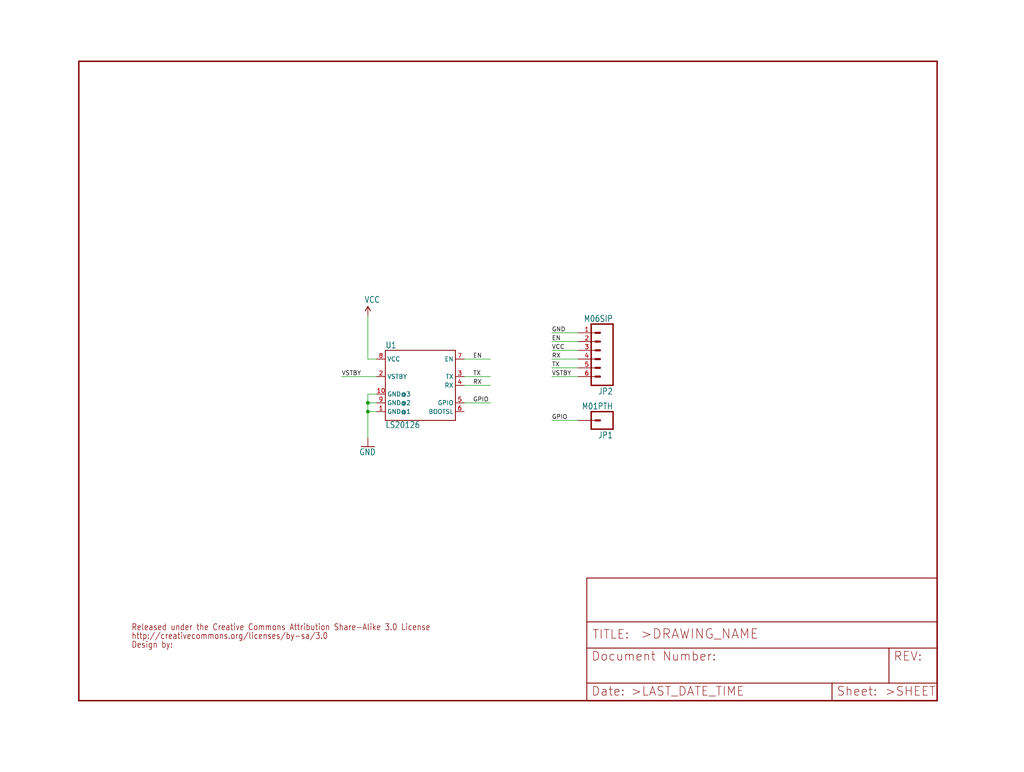
<source format=kicad_sch>
(kicad_sch (version 20211123) (generator eeschema)
  (paper "User" 297.002 223.926)
  (lib_symbols
    (symbol "eagleSchem-eagle-import:CREATIVE_COMMONS"
      (symbol "CREATIVE_COMMONS_1_0"
        (text "Design by:" (at 0 0 0) (effects (font (size 1.778 1.5113)) (justify left bottom)))
        (text "http://creativecommons.org/licenses/by-sa/3.0" (at 0 2.54 0) (effects (font (size 1.778 1.5113)) (justify left bottom)))
        (text "Released under the Creative Commons Attribution Share-Alike 3.0 License" (at 0 5.08 0) (effects (font (size 1.778 1.5113)) (justify left bottom)))
      )
    )
    (symbol "eagleSchem-eagle-import:FRAME-LETTER"
      (symbol "FRAME-LETTER_1_0"
        (polyline (pts (xy 0 0) (xy 248.92 0)) (stroke (width 0.4064)))
        (polyline (pts (xy 0 185.42) (xy 0 0)) (stroke (width 0.4064)))
        (polyline (pts (xy 0 185.42) (xy 248.92 185.42)) (stroke (width 0.4064)))
        (polyline (pts (xy 248.92 185.42) (xy 248.92 0)) (stroke (width 0.4064)))
      )
      (symbol "FRAME-LETTER_2_0"
        (polyline (pts (xy 0 0) (xy 0 5.08)) (stroke (width 0.254)))
        (polyline (pts (xy 0 0) (xy 71.12 0)) (stroke (width 0.254)))
        (polyline (pts (xy 0 5.08) (xy 0 15.24)) (stroke (width 0.254)))
        (polyline (pts (xy 0 5.08) (xy 71.12 5.08)) (stroke (width 0.254)))
        (polyline (pts (xy 0 15.24) (xy 0 22.86)) (stroke (width 0.254)))
        (polyline (pts (xy 0 22.86) (xy 0 35.56)) (stroke (width 0.254)))
        (polyline (pts (xy 0 22.86) (xy 101.6 22.86)) (stroke (width 0.254)))
        (polyline (pts (xy 71.12 0) (xy 101.6 0)) (stroke (width 0.254)))
        (polyline (pts (xy 71.12 5.08) (xy 71.12 0)) (stroke (width 0.254)))
        (polyline (pts (xy 71.12 5.08) (xy 87.63 5.08)) (stroke (width 0.254)))
        (polyline (pts (xy 87.63 5.08) (xy 101.6 5.08)) (stroke (width 0.254)))
        (polyline (pts (xy 87.63 15.24) (xy 0 15.24)) (stroke (width 0.254)))
        (polyline (pts (xy 87.63 15.24) (xy 87.63 5.08)) (stroke (width 0.254)))
        (polyline (pts (xy 101.6 5.08) (xy 101.6 0)) (stroke (width 0.254)))
        (polyline (pts (xy 101.6 15.24) (xy 87.63 15.24)) (stroke (width 0.254)))
        (polyline (pts (xy 101.6 15.24) (xy 101.6 5.08)) (stroke (width 0.254)))
        (polyline (pts (xy 101.6 22.86) (xy 101.6 15.24)) (stroke (width 0.254)))
        (polyline (pts (xy 101.6 35.56) (xy 0 35.56)) (stroke (width 0.254)))
        (polyline (pts (xy 101.6 35.56) (xy 101.6 22.86)) (stroke (width 0.254)))
        (text ">DRAWING_NAME" (at 15.494 17.78 0) (effects (font (size 2.7432 2.7432)) (justify left bottom)))
        (text ">LAST_DATE_TIME" (at 12.7 1.27 0) (effects (font (size 2.54 2.54)) (justify left bottom)))
        (text ">SHEET" (at 86.36 1.27 0) (effects (font (size 2.54 2.54)) (justify left bottom)))
        (text "Date:" (at 1.27 1.27 0) (effects (font (size 2.54 2.54)) (justify left bottom)))
        (text "Document Number:" (at 1.27 11.43 0) (effects (font (size 2.54 2.54)) (justify left bottom)))
        (text "REV:" (at 88.9 11.43 0) (effects (font (size 2.54 2.54)) (justify left bottom)))
        (text "Sheet:" (at 72.39 1.27 0) (effects (font (size 2.54 2.54)) (justify left bottom)))
        (text "TITLE:" (at 1.524 17.78 0) (effects (font (size 2.54 2.54)) (justify left bottom)))
      )
    )
    (symbol "eagleSchem-eagle-import:GND" (power)
      (property "Value" "GND" (at -2.54 -2.54 0))
      (symbol "GND_1_0"
        (polyline (pts (xy -1.905 0) (xy 1.905 0)) (stroke (width 0.254)))
        (pin power_in line (at 0 2.54 270) (length 2.54) (name "GND") (number "1"))
      )
    )
    (symbol "eagleSchem-eagle-import:LS20126"
      (property "Reference" "U" (at -10.16 10.668 0))
      (property "Value" "LS20126" (at -10.16 -12.446 0))
      (symbol "LS20126_1_0"
        (polyline (pts (xy -10.16 -10.16) (xy 10.16 -10.16)) (stroke (width 0.254)))
        (polyline (pts (xy -10.16 10.16) (xy -10.16 -10.16)) (stroke (width 0.254)))
        (polyline (pts (xy 10.16 -10.16) (xy 10.16 10.16)) (stroke (width 0.254)))
        (polyline (pts (xy 10.16 10.16) (xy -10.16 10.16)) (stroke (width 0.254)))
        (pin bidirectional line (at -12.7 -7.62 0) (length 2.54) (name "GND@1") (number "1"))
        (pin bidirectional line (at -12.7 -2.54 0) (length 2.54) (name "GND@3") (number "10"))
        (pin bidirectional line (at -12.7 2.54 0) (length 2.54) (name "VSTBY") (number "2"))
        (pin bidirectional line (at 12.7 2.54 180) (length 2.54) (name "TX") (number "3"))
        (pin bidirectional line (at 12.7 0 180) (length 2.54) (name "RX") (number "4"))
        (pin bidirectional line (at 12.7 -5.08 180) (length 2.54) (name "GPIO") (number "5"))
        (pin bidirectional line (at 12.7 -7.62 180) (length 2.54) (name "BOOTSL") (number "6"))
        (pin bidirectional line (at 12.7 7.62 180) (length 2.54) (name "EN") (number "7"))
        (pin bidirectional line (at -12.7 7.62 0) (length 2.54) (name "VCC") (number "8"))
        (pin bidirectional line (at -12.7 -5.08 0) (length 2.54) (name "GND@2") (number "9"))
      )
    )
    (symbol "eagleSchem-eagle-import:M01PTH"
      (property "Reference" "JP" (at -2.54 3.302 0))
      (property "Value" "M01PTH" (at -2.54 -5.08 0))
      (symbol "M01PTH_1_0"
        (polyline (pts (xy -2.54 2.54) (xy -2.54 -2.54)) (stroke (width 0.4064)))
        (polyline (pts (xy -2.54 2.54) (xy 3.81 2.54)) (stroke (width 0.4064)))
        (polyline (pts (xy 1.27 0) (xy 2.54 0)) (stroke (width 0.6096)))
        (polyline (pts (xy 3.81 -2.54) (xy -2.54 -2.54)) (stroke (width 0.4064)))
        (polyline (pts (xy 3.81 -2.54) (xy 3.81 2.54)) (stroke (width 0.4064)))
        (pin passive line (at 7.62 0 180) (length 5.08) (name "1") (number "1"))
      )
    )
    (symbol "eagleSchem-eagle-import:M06SIP"
      (property "Reference" "JP" (at -5.08 10.922 0))
      (property "Value" "M06SIP" (at -5.08 -10.16 0))
      (symbol "M06SIP_1_0"
        (polyline (pts (xy -5.08 10.16) (xy -5.08 -7.62)) (stroke (width 0.4064)))
        (polyline (pts (xy -5.08 10.16) (xy 1.27 10.16)) (stroke (width 0.4064)))
        (polyline (pts (xy -1.27 -5.08) (xy 0 -5.08)) (stroke (width 0.6096)))
        (polyline (pts (xy -1.27 -2.54) (xy 0 -2.54)) (stroke (width 0.6096)))
        (polyline (pts (xy -1.27 0) (xy 0 0)) (stroke (width 0.6096)))
        (polyline (pts (xy -1.27 2.54) (xy 0 2.54)) (stroke (width 0.6096)))
        (polyline (pts (xy -1.27 5.08) (xy 0 5.08)) (stroke (width 0.6096)))
        (polyline (pts (xy -1.27 7.62) (xy 0 7.62)) (stroke (width 0.6096)))
        (polyline (pts (xy 1.27 -7.62) (xy -5.08 -7.62)) (stroke (width 0.4064)))
        (polyline (pts (xy 1.27 -7.62) (xy 1.27 10.16)) (stroke (width 0.4064)))
        (pin passive line (at 5.08 -5.08 180) (length 5.08) (name "1") (number "1"))
        (pin passive line (at 5.08 -2.54 180) (length 5.08) (name "2") (number "2"))
        (pin passive line (at 5.08 0 180) (length 5.08) (name "3") (number "3"))
        (pin passive line (at 5.08 2.54 180) (length 5.08) (name "4") (number "4"))
        (pin passive line (at 5.08 5.08 180) (length 5.08) (name "5") (number "5"))
        (pin passive line (at 5.08 7.62 180) (length 5.08) (name "6") (number "6"))
      )
    )
    (symbol "eagleSchem-eagle-import:VCC" (power)
      (property "Value" "VCC" (at -1.016 3.556 0))
      (symbol "VCC_1_0"
        (polyline (pts (xy 0 2.54) (xy -0.762 1.27)) (stroke (width 0.254)))
        (polyline (pts (xy 0.762 1.27) (xy 0 2.54)) (stroke (width 0.254)))
        (pin power_in line (at 0 0 90) (length 2.54) (name "VCC") (number "1"))
      )
    )
  )
  (junction (at 106.68 119.38))
  (junction (at 106.68 116.84))
  (wire (pts (xy 106.68 114.3) (xy 106.68 116.84)))
  (wire (pts (xy 167.64 121.92) (xy 160.02 121.92)))
  (wire (pts (xy 106.68 116.84) (xy 106.68 119.38)))
  (wire (pts (xy 109.22 119.38) (xy 106.68 119.38)))
  (wire (pts (xy 109.22 114.3) (xy 106.68 114.3)))
  (wire (pts (xy 167.64 106.68) (xy 160.02 106.68)))
  (wire (pts (xy 134.62 111.76) (xy 142.24 111.76)))
  (wire (pts (xy 134.62 109.22) (xy 142.24 109.22)))
  (wire (pts (xy 134.62 116.84) (xy 142.24 116.84)))
  (wire (pts (xy 134.62 104.14) (xy 142.24 104.14)))
  (wire (pts (xy 106.68 119.38) (xy 106.68 127)))
  (wire (pts (xy 109.22 104.14) (xy 106.68 104.14)))
  (wire (pts (xy 109.22 109.22) (xy 99.06 109.22)))
  (wire (pts (xy 167.64 96.52) (xy 160.02 96.52)))
  (wire (pts (xy 167.64 99.06) (xy 160.02 99.06)))
  (wire (pts (xy 167.64 109.22) (xy 160.02 109.22)))
  (wire (pts (xy 109.22 116.84) (xy 106.68 116.84)))
  (wire (pts (xy 167.64 104.14) (xy 160.02 104.14)))
  (wire (pts (xy 106.68 104.14) (xy 106.68 91.44)))
  (wire (pts (xy 167.64 101.6) (xy 160.02 101.6)))
  (label "RX" (at 160.02 104.14 0) (effects (font (size 1.2446 1.2446))))
  (label "VCC" (at 160.02 101.6 0) (effects (font (size 1.2446 1.2446))))
  (label "GPIO" (at 137.16 116.84 0) (effects (font (size 1.2446 1.2446))))
  (label "VSTBY" (at 160.02 109.22 0) (effects (font (size 1.2446 1.2446))))
  (label "GPIO" (at 160.02 121.92 0) (effects (font (size 1.2446 1.2446))))
  (label "VSTBY" (at 99.06 109.22 0) (effects (font (size 1.2446 1.2446))))
  (label "EN" (at 137.16 104.14 0) (effects (font (size 1.2446 1.2446))))
  (label "TX" (at 160.02 106.68 0) (effects (font (size 1.2446 1.2446))))
  (label "GND" (at 160.02 96.52 0) (effects (font (size 1.2446 1.2446))))
  (label "RX" (at 137.16 111.76 0) (effects (font (size 1.2446 1.2446))))
  (label "EN" (at 160.02 99.06 0) (effects (font (size 1.2446 1.2446))))
  (label "TX" (at 137.16 109.22 0) (effects (font (size 1.2446 1.2446))))
  (symbol (lib_id "eagleSchem-eagle-import:M06SIP") (at 172.72 101.6 180) (unit 1)
    (property "Reference" "JP2" (at 177.8 112.522 0) (effects (font (size 1.778 1.5113)) (justify left bottom)))
    (property "Value" "M06SIP" (at 177.8 91.44 0) (effects (font (size 1.778 1.5113)) (justify left bottom)))
    (property "Footprint" "eagleSchem:1X06" (effects hide))
  )
  (symbol (lib_id "eagleSchem-eagle-import:GND") (at 106.68 129.54 0) (unit 1)
    (property "Reference" "#GND1" (effects hide))
    (property "Value" "GND" (at 104.14 132.08 0) (effects (font (size 1.778 1.5113)) (justify left bottom)))
    (property "Footprint" "eagleSchem:" (effects hide))
  )
  (symbol (lib_id "eagleSchem-eagle-import:VCC") (at 106.68 91.44 0) (unit 1)
    (property "Reference" "#P+1" (effects hide))
    (property "Value" "VCC" (at 105.664 87.884 0) (effects (font (size 1.778 1.5113)) (justify left bottom)))
    (property "Footprint" "eagleSchem:" (effects hide))
  )
  (symbol (lib_id "eagleSchem-eagle-import:CREATIVE_COMMONS") (at 38.1 187.96 0) (unit 1)
    (property "Reference" "U$1" (effects hide))
    (property "Value" "CREATIVE_COMMONS" (effects hide))
    (property "Footprint" "eagleSchem:CREATIVE_COMMONS" (effects hide))
  )
  (symbol (lib_id "eagleSchem-eagle-import:M01PTH") (at 175.26 121.92 180) (unit 1)
    (property "Reference" "JP1" (at 177.8 125.222 0) (effects (font (size 1.778 1.5113)) (justify left bottom)))
    (property "Value" "M01PTH" (at 177.8 116.84 0) (effects (font (size 1.778 1.5113)) (justify left bottom)))
    (property "Footprint" "eagleSchem:1X01" (effects hide))
  )
  (symbol (lib_id "eagleSchem-eagle-import:FRAME-LETTER") (at 170.18 203.2 0) (unit 2)
    (property "Reference" "#FRAME1" (effects hide))
    (property "Value" "FRAME-LETTER" (effects hide))
    (property "Footprint" "eagleSchem:" (effects hide))
  )
  (symbol (lib_id "eagleSchem-eagle-import:LS20126") (at 121.92 111.76 0) (unit 1)
    (property "Reference" "U1" (at 111.76 101.092 0) (effects (font (size 1.778 1.5113)) (justify left bottom)))
    (property "Value" "LS20126" (at 111.76 124.206 0) (effects (font (size 1.778 1.5113)) (justify left bottom)))
    (property "Footprint" "eagleSchem:LS20126" (effects hide))
  )
  (symbol (lib_id "eagleSchem-eagle-import:FRAME-LETTER") (at 22.86 203.2 0) (unit 1)
    (property "Reference" "#FRAME1" (effects hide))
    (property "Value" "FRAME-LETTER" (effects hide))
    (property "Footprint" "eagleSchem:" (effects hide))
  )
)
</source>
